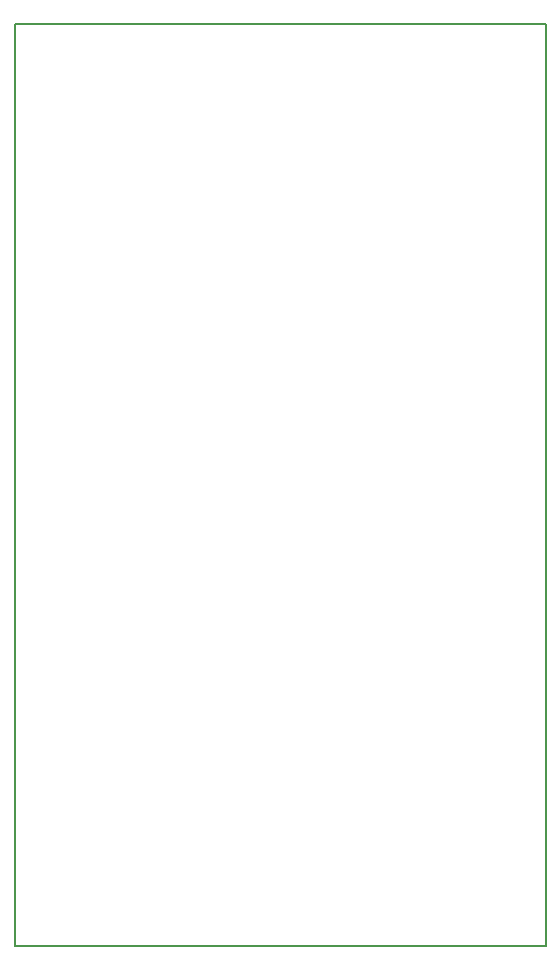
<source format=gbr>
%TF.GenerationSoftware,KiCad,Pcbnew,8.0.8*%
%TF.CreationDate,2025-02-09T13:51:33-05:00*%
%TF.ProjectId,ESPHomeACMonitor,45535048-6f6d-4654-9143-4d6f6e69746f,rev?*%
%TF.SameCoordinates,Original*%
%TF.FileFunction,Profile,NP*%
%FSLAX46Y46*%
G04 Gerber Fmt 4.6, Leading zero omitted, Abs format (unit mm)*
G04 Created by KiCad (PCBNEW 8.0.8) date 2025-02-09 13:51:33*
%MOMM*%
%LPD*%
G01*
G04 APERTURE LIST*
%TA.AperFunction,Profile*%
%ADD10C,0.200000*%
%TD*%
G04 APERTURE END LIST*
D10*
X32000000Y-22000000D02*
X77000000Y-22000000D01*
X77000000Y-100000000D01*
X32000000Y-100000000D01*
X32000000Y-22000000D01*
M02*

</source>
